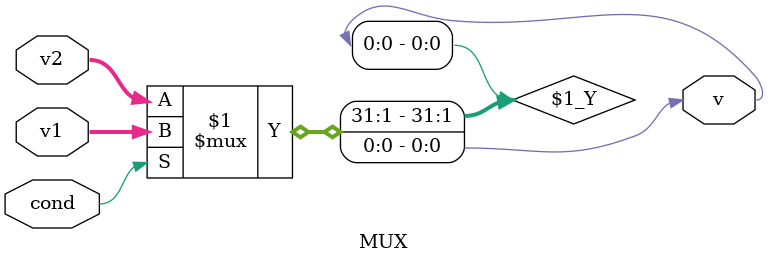
<source format=v>
module CPU(
    input wire CLK, RST_X,
    input wire [31:0] pc,
    input wire [31:0] instr,
    output wire [31:0] next_pc
);
    `include "instr_type.hv"

    /* Instruction Decode */
    wire [4:0] rs1, rs2, rd;
    wire [31:0] rrs1, rrs2, imm;
    wire [2:0] funct3;
    wire [6:0] funct7;
    wire [4:0] instr_type;
    wire [2:0] instr_format;
    wire Id_valid;

    /* Exec */
    wire Ex_store, Ex_load;
    wire [31:0] Ex_wd_reg, Ex_wd_mem;
    wire [4:0] Ex_rd;
    wire Ex_we_reg, Ex_valid;

    /* WB */
    wire [31:0] Wb_wd_reg;
    wire [4:0] Wb_rd;
    wire Wb_valid;

    wire we_reg;
    wire [31:0] wd_reg;

    INSTR_DECODER decoder(
        .RST_X(RST_X),
        .instr(instr),
        .rs1(rs1),
        .rs2(rs2),
        .rd(rd),
        .imm(imm),
        .funct3(funct3),
        .funct7(funct7),
        .instr_type(instr_type),
        .instr_format(instr_format),
        .valid(Id_valid)
    );

    REGFILE regfile(
        .CLK(CLK),
        .RST_X(RST_X),
        .we(we_reg),
        .rs1(rs1),
        .rs2(rs2),
        .rd(rd),
        .wd(wd_reg),
        .rrs1(rrs1),
        .rrs2(rrs2)
    );

    /*
    assign #5 we = ((instr_format == R_TYPE ||
                     instr_format == I_TYPE ||
                     instr_format == U_TYPE ||
                     instr_format == J_TYPE) ? 1'b1 : 1'b0);
    */

    ALU_CONTROLLER alu_cont(
        .CLK(CLK),
        .RST_X(RST_X),
        .valid_instr(Id_valid),
        .pc(pc),
        .rrs1(rrs1),
        .rrs2(rrs2),
        .imm(imm),
        .instr_type(instr_type),
        .funct3(funct3),
        .funct7(funct7),
        .store(Ex_store),
        .load(Ex_load),
        .we_reg(Ex_we_reg),
        .halt(halt),
        .store_mem_data(Ex_wd_mem),
        .write_reg_data(Ex_wd_reg), 
        .next_pc(next_pc),
        .valid(Ex_valid)
    );

    SIMPLE_SDRAM sdram(
        .CLK(CLK),
        .RST_X(RST_X),
        .addr(Ex_wd_reg),
        .wd(Ex_wd_mem),
        .we(Ex_load),
        .valid_in(Ex_valid),
        .rd_in(Ex_rd),
        .loaded(Wb_wd_reg),
        .valid_out(Wb_valid),
        .rd_out(Wb_rd)
    );

    assign #5 we_reg = ((Wb_valid && RST_X && Ex_we_reg) ? 1 : 0);
    assign #5 wd_reg = (we_reg ? (Ex_load ? Wb_wd_reg : Ex_wd_reg) : 0);
endmodule

module MUX(
    input wire cond,
    input wire [31:0] v1, v2,
    output wire v
);
    assign #5 v = (cond ? v1 : v2);
endmodule

</source>
